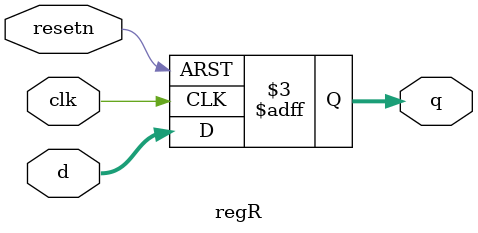
<source format=v>
/*
 * Buzzer hardware for the Nexys4 DDR board running at 50 MHz
 *
 * 19 March 2017
 */

module buzzer(
              input        clk,
              input        resetn,
              input [31:0] numMicros,
              output       buzz);

  wire noTone;
  wire resetCnt; 
  wire microsEq;
  wire [31:0] cntMicros;
  wire [31:0] numMicrosCurr;

  assign resetCnt = (numMicros != numMicrosCurr) | microsEq | ~resetn;
  assign noTone = ~|numMicrosCurr;
  assign microsEq = (numMicrosCurr == cntMicros);

  regR regNumMicros(clk, resetn, numMicros, numMicrosCurr);
  microsCounter microsCounter(clk, resetCnt, cntMicros);
  toggleBuzz toggleBuzz(clk, ~resetn, noTone, microsEq, buzz);

endmodule


module microsCounter(input              clk,
                     input              reset,
                     output reg [31:0]  micros);
  reg [5:0] cnt;

  always @(posedge clk)
    if (reset) begin
      cnt    <=  6'b0;
      micros <= 32'b0;
    end
    else begin 
      if (cnt == 6'd50) begin
        cnt <= 6'b0;
        micros <= micros + 1;
      end 
      else
        cnt <= cnt + 1;
    end

endmodule

module toggleBuzz(input        clk, 
                  input        reset,
                  input        noTone, 
                  input        en,
                  output reg   buzz);

  always @(posedge clk)
    if (reset | noTone)
      buzz <= 1'b0;
    else if (en)
      buzz <= ~buzz;

endmodule


module regR
#(parameter WIDTH=32)
(           input                    clk, 
            input                    resetn, 
            input      [(WIDTH-1):0] d, 
            output reg [(WIDTH-1):0] q);

  always @(posedge clk, negedge resetn)
    if (~resetn)
      q <= 0;
    else
      q <= d;

endmodule
      
</source>
